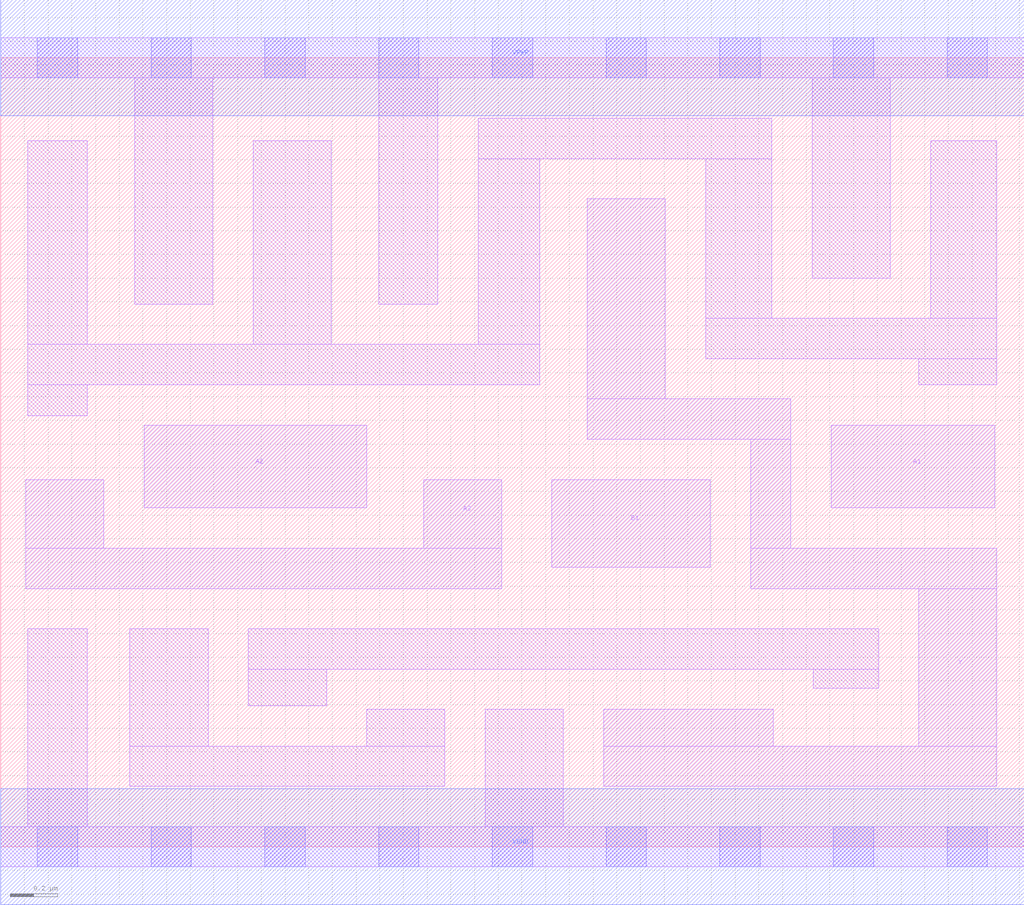
<source format=lef>
# Copyright 2020 The SkyWater PDK Authors
#
# Licensed under the Apache License, Version 2.0 (the "License");
# you may not use this file except in compliance with the License.
# You may obtain a copy of the License at
#
#     https://www.apache.org/licenses/LICENSE-2.0
#
# Unless required by applicable law or agreed to in writing, software
# distributed under the License is distributed on an "AS IS" BASIS,
# WITHOUT WARRANTIES OR CONDITIONS OF ANY KIND, either express or implied.
# See the License for the specific language governing permissions and
# limitations under the License.
#
# SPDX-License-Identifier: Apache-2.0

VERSION 5.7 ;
  NAMESCASESENSITIVE ON ;
  NOWIREEXTENSIONATPIN ON ;
  DIVIDERCHAR "/" ;
  BUSBITCHARS "[]" ;
UNITS
  DATABASE MICRONS 200 ;
END UNITS
MACRO sky130_fd_sc_hs__a31oi_2
  CLASS CORE ;
  SOURCE USER ;
  FOREIGN sky130_fd_sc_hs__a31oi_2 ;
  ORIGIN  0.000000  0.000000 ;
  SIZE  4.320000 BY  3.330000 ;
  SYMMETRY X Y ;
  SITE unit ;
  PIN A1
    ANTENNAGATEAREA  0.558000 ;
    DIRECTION INPUT ;
    USE SIGNAL ;
    PORT
      LAYER li1 ;
        RECT 3.505000 1.430000 4.195000 1.780000 ;
    END
  END A1
  PIN A2
    ANTENNAGATEAREA  0.558000 ;
    DIRECTION INPUT ;
    USE SIGNAL ;
    PORT
      LAYER li1 ;
        RECT 0.605000 1.430000 1.545000 1.780000 ;
    END
  END A2
  PIN A3
    ANTENNAGATEAREA  0.558000 ;
    DIRECTION INPUT ;
    USE SIGNAL ;
    PORT
      LAYER li1 ;
        RECT 0.105000 1.090000 2.115000 1.260000 ;
        RECT 0.105000 1.260000 0.435000 1.550000 ;
        RECT 1.785000 1.260000 2.115000 1.550000 ;
    END
  END A3
  PIN B1
    ANTENNAGATEAREA  0.447000 ;
    DIRECTION INPUT ;
    USE SIGNAL ;
    PORT
      LAYER li1 ;
        RECT 2.325000 1.180000 2.995000 1.550000 ;
    END
  END B1
  PIN Y
    ANTENNADIFFAREA  1.090800 ;
    DIRECTION OUTPUT ;
    USE SIGNAL ;
    PORT
      LAYER li1 ;
        RECT 2.475000 1.720000 3.335000 1.890000 ;
        RECT 2.475000 1.890000 2.805000 2.735000 ;
        RECT 2.545000 0.255000 4.205000 0.425000 ;
        RECT 2.545000 0.425000 3.260000 0.580000 ;
        RECT 3.165000 1.090000 4.205000 1.260000 ;
        RECT 3.165000 1.260000 3.335000 1.720000 ;
        RECT 3.875000 0.425000 4.205000 1.090000 ;
    END
  END Y
  PIN VGND
    DIRECTION INOUT ;
    USE GROUND ;
    PORT
      LAYER met1 ;
        RECT 0.000000 -0.245000 4.320000 0.245000 ;
    END
  END VGND
  PIN VPWR
    DIRECTION INOUT ;
    USE POWER ;
    PORT
      LAYER met1 ;
        RECT 0.000000 3.085000 4.320000 3.575000 ;
    END
  END VPWR
  OBS
    LAYER li1 ;
      RECT 0.000000 -0.085000 4.320000 0.085000 ;
      RECT 0.000000  3.245000 4.320000 3.415000 ;
      RECT 0.115000  0.085000 0.365000 0.920000 ;
      RECT 0.115000  1.820000 0.365000 1.950000 ;
      RECT 0.115000  1.950000 2.275000 2.120000 ;
      RECT 0.115000  2.120000 0.365000 2.980000 ;
      RECT 0.545000  0.255000 1.875000 0.425000 ;
      RECT 0.545000  0.425000 0.875000 0.920000 ;
      RECT 0.565000  2.290000 0.895000 3.245000 ;
      RECT 1.045000  0.595000 1.375000 0.750000 ;
      RECT 1.045000  0.750000 3.705000 0.920000 ;
      RECT 1.065000  2.120000 1.395000 2.980000 ;
      RECT 1.545000  0.425000 1.875000 0.580000 ;
      RECT 1.595000  2.290000 1.845000 3.245000 ;
      RECT 2.015000  2.120000 2.275000 2.905000 ;
      RECT 2.015000  2.905000 3.255000 3.075000 ;
      RECT 2.045000  0.085000 2.375000 0.580000 ;
      RECT 2.975000  2.060000 4.205000 2.230000 ;
      RECT 2.975000  2.230000 3.255000 2.905000 ;
      RECT 3.425000  2.400000 3.755000 3.245000 ;
      RECT 3.430000  0.670000 3.705000 0.750000 ;
      RECT 3.875000  1.950000 4.205000 2.060000 ;
      RECT 3.925000  2.230000 4.205000 2.980000 ;
    LAYER mcon ;
      RECT 0.155000 -0.085000 0.325000 0.085000 ;
      RECT 0.155000  3.245000 0.325000 3.415000 ;
      RECT 0.635000 -0.085000 0.805000 0.085000 ;
      RECT 0.635000  3.245000 0.805000 3.415000 ;
      RECT 1.115000 -0.085000 1.285000 0.085000 ;
      RECT 1.115000  3.245000 1.285000 3.415000 ;
      RECT 1.595000 -0.085000 1.765000 0.085000 ;
      RECT 1.595000  3.245000 1.765000 3.415000 ;
      RECT 2.075000 -0.085000 2.245000 0.085000 ;
      RECT 2.075000  3.245000 2.245000 3.415000 ;
      RECT 2.555000 -0.085000 2.725000 0.085000 ;
      RECT 2.555000  3.245000 2.725000 3.415000 ;
      RECT 3.035000 -0.085000 3.205000 0.085000 ;
      RECT 3.035000  3.245000 3.205000 3.415000 ;
      RECT 3.515000 -0.085000 3.685000 0.085000 ;
      RECT 3.515000  3.245000 3.685000 3.415000 ;
      RECT 3.995000 -0.085000 4.165000 0.085000 ;
      RECT 3.995000  3.245000 4.165000 3.415000 ;
  END
END sky130_fd_sc_hs__a31oi_2

</source>
